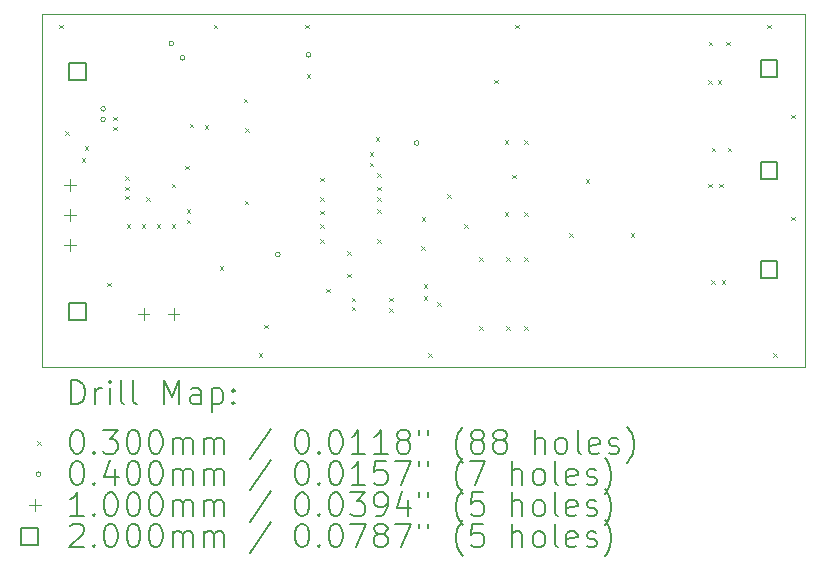
<source format=gbr>
%FSLAX45Y45*%
G04 Gerber Fmt 4.5, Leading zero omitted, Abs format (unit mm)*
G04 Created by KiCad (PCBNEW 6.0.6-1.fc36) date 2022-08-14 11:43:38*
%MOMM*%
%LPD*%
G01*
G04 APERTURE LIST*
%TA.AperFunction,Profile*%
%ADD10C,0.100000*%
%TD*%
%ADD11C,0.200000*%
%ADD12C,0.030000*%
%ADD13C,0.040000*%
%ADD14C,0.100000*%
G04 APERTURE END LIST*
D10*
X14147800Y-8064500D02*
X14147800Y-5080000D01*
X14147800Y-5080000D02*
X7683500Y-5080000D01*
X7683500Y-8064500D02*
X14147800Y-8064500D01*
X7683500Y-5080000D02*
X7683500Y-8064500D01*
D11*
D12*
X7833600Y-5166600D02*
X7863600Y-5196600D01*
X7863600Y-5166600D02*
X7833600Y-5196600D01*
X7884400Y-6068300D02*
X7914400Y-6098300D01*
X7914400Y-6068300D02*
X7884400Y-6098300D01*
X8024100Y-6296900D02*
X8054100Y-6326900D01*
X8054100Y-6296900D02*
X8024100Y-6326900D01*
X8049500Y-6195300D02*
X8079500Y-6225300D01*
X8079500Y-6195300D02*
X8049500Y-6225300D01*
X8240000Y-7351000D02*
X8270000Y-7381000D01*
X8270000Y-7351000D02*
X8240000Y-7381000D01*
X8290800Y-5947650D02*
X8320800Y-5977650D01*
X8320800Y-5947650D02*
X8290800Y-5977650D01*
X8290800Y-6030200D02*
X8320800Y-6060200D01*
X8320800Y-6030200D02*
X8290800Y-6060200D01*
X8392400Y-6449300D02*
X8422400Y-6479300D01*
X8422400Y-6449300D02*
X8392400Y-6479300D01*
X8392400Y-6538200D02*
X8422400Y-6568200D01*
X8422400Y-6538200D02*
X8392400Y-6568200D01*
X8392400Y-6614400D02*
X8422400Y-6644400D01*
X8422400Y-6614400D02*
X8392400Y-6644400D01*
X8405100Y-6855700D02*
X8435100Y-6885700D01*
X8435100Y-6855700D02*
X8405100Y-6885700D01*
X8532100Y-6855700D02*
X8562100Y-6885700D01*
X8562100Y-6855700D02*
X8532100Y-6885700D01*
X8570200Y-6627100D02*
X8600200Y-6657100D01*
X8600200Y-6627100D02*
X8570200Y-6657100D01*
X8659100Y-6855700D02*
X8689100Y-6885700D01*
X8689100Y-6855700D02*
X8659100Y-6885700D01*
X8786100Y-6512800D02*
X8816100Y-6542800D01*
X8816100Y-6512800D02*
X8786100Y-6542800D01*
X8786100Y-6855700D02*
X8816100Y-6885700D01*
X8816100Y-6855700D02*
X8786100Y-6885700D01*
X8900400Y-6360400D02*
X8930400Y-6390400D01*
X8930400Y-6360400D02*
X8900400Y-6390400D01*
X8913100Y-6728700D02*
X8943100Y-6758700D01*
X8943100Y-6728700D02*
X8913100Y-6758700D01*
X8913100Y-6817600D02*
X8943100Y-6847600D01*
X8943100Y-6817600D02*
X8913100Y-6847600D01*
X8938500Y-6004800D02*
X8968500Y-6034800D01*
X8968500Y-6004800D02*
X8938500Y-6034800D01*
X9065500Y-6017500D02*
X9095500Y-6047500D01*
X9095500Y-6017500D02*
X9065500Y-6047500D01*
X9141700Y-5166600D02*
X9171700Y-5196600D01*
X9171700Y-5166600D02*
X9141700Y-5196600D01*
X9192500Y-7211300D02*
X9222500Y-7241300D01*
X9222500Y-7211300D02*
X9192500Y-7241300D01*
X9395700Y-5795250D02*
X9425700Y-5825250D01*
X9425700Y-5795250D02*
X9395700Y-5825250D01*
X9402050Y-6658850D02*
X9432050Y-6688850D01*
X9432050Y-6658850D02*
X9402050Y-6688850D01*
X9408400Y-6042900D02*
X9438400Y-6072900D01*
X9438400Y-6042900D02*
X9408400Y-6072900D01*
X9522700Y-7947900D02*
X9552700Y-7977900D01*
X9552700Y-7947900D02*
X9522700Y-7977900D01*
X9567150Y-7706600D02*
X9597150Y-7736600D01*
X9597150Y-7706600D02*
X9567150Y-7736600D01*
X9916400Y-5166600D02*
X9946400Y-5196600D01*
X9946400Y-5166600D02*
X9916400Y-5196600D01*
X9929100Y-5585700D02*
X9959100Y-5615700D01*
X9959100Y-5585700D02*
X9929100Y-5615700D01*
X10043400Y-6462000D02*
X10073400Y-6492000D01*
X10073400Y-6462000D02*
X10043400Y-6492000D01*
X10043400Y-6627100D02*
X10073400Y-6657100D01*
X10073400Y-6627100D02*
X10043400Y-6657100D01*
X10043400Y-6741400D02*
X10073400Y-6771400D01*
X10073400Y-6741400D02*
X10043400Y-6771400D01*
X10043400Y-6855700D02*
X10073400Y-6885700D01*
X10073400Y-6855700D02*
X10043400Y-6885700D01*
X10043400Y-6982700D02*
X10073400Y-7012700D01*
X10073400Y-6982700D02*
X10043400Y-7012700D01*
X10094200Y-7401800D02*
X10124200Y-7431800D01*
X10124200Y-7401800D02*
X10094200Y-7431800D01*
X10272000Y-7084300D02*
X10302000Y-7114300D01*
X10302000Y-7084300D02*
X10272000Y-7114300D01*
X10272000Y-7274800D02*
X10302000Y-7304800D01*
X10302000Y-7274800D02*
X10272000Y-7304800D01*
X10310100Y-7478000D02*
X10340100Y-7508000D01*
X10340100Y-7478000D02*
X10310100Y-7508000D01*
X10310100Y-7554200D02*
X10340100Y-7584200D01*
X10340100Y-7554200D02*
X10310100Y-7584200D01*
X10462500Y-6246100D02*
X10492500Y-6276100D01*
X10492500Y-6246100D02*
X10462500Y-6276100D01*
X10462500Y-6335000D02*
X10492500Y-6365000D01*
X10492500Y-6335000D02*
X10462500Y-6365000D01*
X10513300Y-6119100D02*
X10543300Y-6149100D01*
X10543300Y-6119100D02*
X10513300Y-6149100D01*
X10526000Y-6423900D02*
X10556000Y-6453900D01*
X10556000Y-6423900D02*
X10526000Y-6453900D01*
X10526000Y-6538200D02*
X10556000Y-6568200D01*
X10556000Y-6538200D02*
X10526000Y-6568200D01*
X10526000Y-6627100D02*
X10556000Y-6657100D01*
X10556000Y-6627100D02*
X10526000Y-6657100D01*
X10526000Y-6728700D02*
X10556000Y-6758700D01*
X10556000Y-6728700D02*
X10526000Y-6758700D01*
X10526000Y-6982700D02*
X10556000Y-7012700D01*
X10556000Y-6982700D02*
X10526000Y-7012700D01*
X10627600Y-7478000D02*
X10657600Y-7508000D01*
X10657600Y-7478000D02*
X10627600Y-7508000D01*
X10627600Y-7566900D02*
X10657600Y-7596900D01*
X10657600Y-7566900D02*
X10627600Y-7596900D01*
X10895625Y-7044875D02*
X10925625Y-7074875D01*
X10925625Y-7044875D02*
X10895625Y-7074875D01*
X10900650Y-6798550D02*
X10930650Y-6828550D01*
X10930650Y-6798550D02*
X10900650Y-6828550D01*
X10919700Y-7363700D02*
X10949700Y-7393700D01*
X10949700Y-7363700D02*
X10919700Y-7393700D01*
X10919700Y-7465300D02*
X10949700Y-7495300D01*
X10949700Y-7465300D02*
X10919700Y-7495300D01*
X10957800Y-7947900D02*
X10987800Y-7977900D01*
X10987800Y-7947900D02*
X10957800Y-7977900D01*
X11034000Y-7516100D02*
X11064000Y-7546100D01*
X11064000Y-7516100D02*
X11034000Y-7546100D01*
X11116550Y-6601700D02*
X11146550Y-6631700D01*
X11146550Y-6601700D02*
X11116550Y-6631700D01*
X11263501Y-6855700D02*
X11293501Y-6885700D01*
X11293501Y-6855700D02*
X11263501Y-6885700D01*
X11389600Y-7135100D02*
X11419600Y-7165100D01*
X11419600Y-7135100D02*
X11389600Y-7165100D01*
X11389600Y-7719300D02*
X11419600Y-7749300D01*
X11419600Y-7719300D02*
X11389600Y-7749300D01*
X11516600Y-5635675D02*
X11546600Y-5665675D01*
X11546600Y-5635675D02*
X11516600Y-5665675D01*
X11605500Y-6144500D02*
X11635500Y-6174500D01*
X11635500Y-6144500D02*
X11605500Y-6174500D01*
X11605500Y-6754100D02*
X11635500Y-6784100D01*
X11635500Y-6754100D02*
X11605500Y-6784100D01*
X11618200Y-7135100D02*
X11648200Y-7165100D01*
X11648200Y-7135100D02*
X11618200Y-7165100D01*
X11618200Y-7719300D02*
X11648200Y-7749300D01*
X11648200Y-7719300D02*
X11618200Y-7749300D01*
X11669000Y-6436600D02*
X11699000Y-6466600D01*
X11699000Y-6436600D02*
X11669000Y-6466600D01*
X11694400Y-5166600D02*
X11724400Y-5196600D01*
X11724400Y-5166600D02*
X11694400Y-5196600D01*
X11770600Y-6144500D02*
X11800600Y-6174500D01*
X11800600Y-6144500D02*
X11770600Y-6174500D01*
X11770600Y-6754100D02*
X11800600Y-6784100D01*
X11800600Y-6754100D02*
X11770600Y-6784100D01*
X11770600Y-7135100D02*
X11800600Y-7165100D01*
X11800600Y-7135100D02*
X11770600Y-7165100D01*
X11770600Y-7719300D02*
X11800600Y-7749300D01*
X11800600Y-7719300D02*
X11770600Y-7749300D01*
X12151600Y-6931900D02*
X12181600Y-6961900D01*
X12181600Y-6931900D02*
X12151600Y-6961900D01*
X12291300Y-6474700D02*
X12321300Y-6504700D01*
X12321300Y-6474700D02*
X12291300Y-6504700D01*
X12672300Y-6931900D02*
X12702300Y-6961900D01*
X12702300Y-6931900D02*
X12672300Y-6961900D01*
X13328850Y-5636500D02*
X13358850Y-5666500D01*
X13358850Y-5636500D02*
X13328850Y-5666500D01*
X13328850Y-6512800D02*
X13358850Y-6542800D01*
X13358850Y-6512800D02*
X13328850Y-6542800D01*
X13332700Y-5312650D02*
X13362700Y-5342650D01*
X13362700Y-5312650D02*
X13332700Y-5342650D01*
X13354250Y-7329450D02*
X13384250Y-7359450D01*
X13384250Y-7329450D02*
X13354250Y-7359450D01*
X13358100Y-6208000D02*
X13388100Y-6238000D01*
X13388100Y-6208000D02*
X13358100Y-6238000D01*
X13408900Y-5636500D02*
X13438900Y-5666500D01*
X13438900Y-5636500D02*
X13408900Y-5666500D01*
X13421600Y-6512800D02*
X13451600Y-6542800D01*
X13451600Y-6512800D02*
X13421600Y-6542800D01*
X13443150Y-7329450D02*
X13473150Y-7359450D01*
X13473150Y-7329450D02*
X13443150Y-7359450D01*
X13478750Y-5312650D02*
X13508750Y-5342650D01*
X13508750Y-5312650D02*
X13478750Y-5342650D01*
X13491450Y-6208000D02*
X13521450Y-6238000D01*
X13521450Y-6208000D02*
X13491450Y-6238000D01*
X13828000Y-5166600D02*
X13858000Y-5196600D01*
X13858000Y-5166600D02*
X13828000Y-5196600D01*
X13878800Y-7947900D02*
X13908800Y-7977900D01*
X13908800Y-7947900D02*
X13878800Y-7977900D01*
X14031200Y-5928600D02*
X14061200Y-5958600D01*
X14061200Y-5928600D02*
X14031200Y-5958600D01*
X14031200Y-6792200D02*
X14061200Y-6822200D01*
X14061200Y-6792200D02*
X14031200Y-6822200D01*
D13*
X8224200Y-5880100D02*
G75*
G03*
X8224200Y-5880100I-20000J0D01*
G01*
X8224200Y-5969000D02*
G75*
G03*
X8224200Y-5969000I-20000J0D01*
G01*
X8802300Y-5327400D02*
G75*
G03*
X8802300Y-5327400I-20000J0D01*
G01*
X8897300Y-5448300D02*
G75*
G03*
X8897300Y-5448300I-20000J0D01*
G01*
X9703750Y-7112000D02*
G75*
G03*
X9703750Y-7112000I-20000J0D01*
G01*
X9964100Y-5422900D02*
G75*
G03*
X9964100Y-5422900I-20000J0D01*
G01*
X10878500Y-6169550D02*
G75*
G03*
X10878500Y-6169550I-20000J0D01*
G01*
D14*
X7924800Y-6477800D02*
X7924800Y-6577800D01*
X7874800Y-6527800D02*
X7974800Y-6527800D01*
X7924800Y-6731800D02*
X7924800Y-6831800D01*
X7874800Y-6781800D02*
X7974800Y-6781800D01*
X7924800Y-6985800D02*
X7924800Y-7085800D01*
X7874800Y-7035800D02*
X7974800Y-7035800D01*
X8547100Y-7570000D02*
X8547100Y-7670000D01*
X8497100Y-7620000D02*
X8597100Y-7620000D01*
X8801100Y-7570000D02*
X8801100Y-7670000D01*
X8751100Y-7620000D02*
X8851100Y-7620000D01*
D11*
X8059011Y-5633311D02*
X8059011Y-5491889D01*
X7917589Y-5491889D01*
X7917589Y-5633311D01*
X8059011Y-5633311D01*
X8059011Y-7665311D02*
X8059011Y-7523889D01*
X7917589Y-7523889D01*
X7917589Y-7665311D01*
X8059011Y-7665311D01*
X13913711Y-5607911D02*
X13913711Y-5466489D01*
X13772289Y-5466489D01*
X13772289Y-5607911D01*
X13913711Y-5607911D01*
X13913711Y-6471511D02*
X13913711Y-6330089D01*
X13772289Y-6330089D01*
X13772289Y-6471511D01*
X13913711Y-6471511D01*
X13913711Y-7309711D02*
X13913711Y-7168289D01*
X13772289Y-7168289D01*
X13772289Y-7309711D01*
X13913711Y-7309711D01*
X7936119Y-8379976D02*
X7936119Y-8179976D01*
X7983738Y-8179976D01*
X8012309Y-8189500D01*
X8031357Y-8208548D01*
X8040881Y-8227595D01*
X8050405Y-8265690D01*
X8050405Y-8294262D01*
X8040881Y-8332357D01*
X8031357Y-8351405D01*
X8012309Y-8370452D01*
X7983738Y-8379976D01*
X7936119Y-8379976D01*
X8136119Y-8379976D02*
X8136119Y-8246643D01*
X8136119Y-8284738D02*
X8145643Y-8265690D01*
X8155167Y-8256167D01*
X8174214Y-8246643D01*
X8193262Y-8246643D01*
X8259928Y-8379976D02*
X8259928Y-8246643D01*
X8259928Y-8179976D02*
X8250405Y-8189500D01*
X8259928Y-8199024D01*
X8269452Y-8189500D01*
X8259928Y-8179976D01*
X8259928Y-8199024D01*
X8383738Y-8379976D02*
X8364690Y-8370452D01*
X8355167Y-8351405D01*
X8355167Y-8179976D01*
X8488500Y-8379976D02*
X8469452Y-8370452D01*
X8459929Y-8351405D01*
X8459929Y-8179976D01*
X8717071Y-8379976D02*
X8717071Y-8179976D01*
X8783738Y-8322833D01*
X8850405Y-8179976D01*
X8850405Y-8379976D01*
X9031357Y-8379976D02*
X9031357Y-8275214D01*
X9021833Y-8256167D01*
X9002786Y-8246643D01*
X8964690Y-8246643D01*
X8945643Y-8256167D01*
X9031357Y-8370452D02*
X9012310Y-8379976D01*
X8964690Y-8379976D01*
X8945643Y-8370452D01*
X8936119Y-8351405D01*
X8936119Y-8332357D01*
X8945643Y-8313309D01*
X8964690Y-8303786D01*
X9012310Y-8303786D01*
X9031357Y-8294262D01*
X9126595Y-8246643D02*
X9126595Y-8446643D01*
X9126595Y-8256167D02*
X9145643Y-8246643D01*
X9183738Y-8246643D01*
X9202786Y-8256167D01*
X9212310Y-8265690D01*
X9221833Y-8284738D01*
X9221833Y-8341881D01*
X9212310Y-8360928D01*
X9202786Y-8370452D01*
X9183738Y-8379976D01*
X9145643Y-8379976D01*
X9126595Y-8370452D01*
X9307548Y-8360928D02*
X9317071Y-8370452D01*
X9307548Y-8379976D01*
X9298024Y-8370452D01*
X9307548Y-8360928D01*
X9307548Y-8379976D01*
X9307548Y-8256167D02*
X9317071Y-8265690D01*
X9307548Y-8275214D01*
X9298024Y-8265690D01*
X9307548Y-8256167D01*
X9307548Y-8275214D01*
D12*
X7648500Y-8694500D02*
X7678500Y-8724500D01*
X7678500Y-8694500D02*
X7648500Y-8724500D01*
D11*
X7974214Y-8599976D02*
X7993262Y-8599976D01*
X8012309Y-8609500D01*
X8021833Y-8619024D01*
X8031357Y-8638071D01*
X8040881Y-8676167D01*
X8040881Y-8723786D01*
X8031357Y-8761881D01*
X8021833Y-8780929D01*
X8012309Y-8790452D01*
X7993262Y-8799976D01*
X7974214Y-8799976D01*
X7955167Y-8790452D01*
X7945643Y-8780929D01*
X7936119Y-8761881D01*
X7926595Y-8723786D01*
X7926595Y-8676167D01*
X7936119Y-8638071D01*
X7945643Y-8619024D01*
X7955167Y-8609500D01*
X7974214Y-8599976D01*
X8126595Y-8780929D02*
X8136119Y-8790452D01*
X8126595Y-8799976D01*
X8117071Y-8790452D01*
X8126595Y-8780929D01*
X8126595Y-8799976D01*
X8202786Y-8599976D02*
X8326595Y-8599976D01*
X8259928Y-8676167D01*
X8288500Y-8676167D01*
X8307548Y-8685690D01*
X8317071Y-8695214D01*
X8326595Y-8714262D01*
X8326595Y-8761881D01*
X8317071Y-8780929D01*
X8307548Y-8790452D01*
X8288500Y-8799976D01*
X8231357Y-8799976D01*
X8212309Y-8790452D01*
X8202786Y-8780929D01*
X8450405Y-8599976D02*
X8469452Y-8599976D01*
X8488500Y-8609500D01*
X8498024Y-8619024D01*
X8507548Y-8638071D01*
X8517071Y-8676167D01*
X8517071Y-8723786D01*
X8507548Y-8761881D01*
X8498024Y-8780929D01*
X8488500Y-8790452D01*
X8469452Y-8799976D01*
X8450405Y-8799976D01*
X8431357Y-8790452D01*
X8421833Y-8780929D01*
X8412310Y-8761881D01*
X8402786Y-8723786D01*
X8402786Y-8676167D01*
X8412310Y-8638071D01*
X8421833Y-8619024D01*
X8431357Y-8609500D01*
X8450405Y-8599976D01*
X8640881Y-8599976D02*
X8659929Y-8599976D01*
X8678976Y-8609500D01*
X8688500Y-8619024D01*
X8698024Y-8638071D01*
X8707548Y-8676167D01*
X8707548Y-8723786D01*
X8698024Y-8761881D01*
X8688500Y-8780929D01*
X8678976Y-8790452D01*
X8659929Y-8799976D01*
X8640881Y-8799976D01*
X8621833Y-8790452D01*
X8612310Y-8780929D01*
X8602786Y-8761881D01*
X8593262Y-8723786D01*
X8593262Y-8676167D01*
X8602786Y-8638071D01*
X8612310Y-8619024D01*
X8621833Y-8609500D01*
X8640881Y-8599976D01*
X8793262Y-8799976D02*
X8793262Y-8666643D01*
X8793262Y-8685690D02*
X8802786Y-8676167D01*
X8821833Y-8666643D01*
X8850405Y-8666643D01*
X8869452Y-8676167D01*
X8878976Y-8695214D01*
X8878976Y-8799976D01*
X8878976Y-8695214D02*
X8888500Y-8676167D01*
X8907548Y-8666643D01*
X8936119Y-8666643D01*
X8955167Y-8676167D01*
X8964690Y-8695214D01*
X8964690Y-8799976D01*
X9059929Y-8799976D02*
X9059929Y-8666643D01*
X9059929Y-8685690D02*
X9069452Y-8676167D01*
X9088500Y-8666643D01*
X9117071Y-8666643D01*
X9136119Y-8676167D01*
X9145643Y-8695214D01*
X9145643Y-8799976D01*
X9145643Y-8695214D02*
X9155167Y-8676167D01*
X9174214Y-8666643D01*
X9202786Y-8666643D01*
X9221833Y-8676167D01*
X9231357Y-8695214D01*
X9231357Y-8799976D01*
X9621833Y-8590452D02*
X9450405Y-8847595D01*
X9878976Y-8599976D02*
X9898024Y-8599976D01*
X9917071Y-8609500D01*
X9926595Y-8619024D01*
X9936119Y-8638071D01*
X9945643Y-8676167D01*
X9945643Y-8723786D01*
X9936119Y-8761881D01*
X9926595Y-8780929D01*
X9917071Y-8790452D01*
X9898024Y-8799976D01*
X9878976Y-8799976D01*
X9859929Y-8790452D01*
X9850405Y-8780929D01*
X9840881Y-8761881D01*
X9831357Y-8723786D01*
X9831357Y-8676167D01*
X9840881Y-8638071D01*
X9850405Y-8619024D01*
X9859929Y-8609500D01*
X9878976Y-8599976D01*
X10031357Y-8780929D02*
X10040881Y-8790452D01*
X10031357Y-8799976D01*
X10021833Y-8790452D01*
X10031357Y-8780929D01*
X10031357Y-8799976D01*
X10164690Y-8599976D02*
X10183738Y-8599976D01*
X10202786Y-8609500D01*
X10212310Y-8619024D01*
X10221833Y-8638071D01*
X10231357Y-8676167D01*
X10231357Y-8723786D01*
X10221833Y-8761881D01*
X10212310Y-8780929D01*
X10202786Y-8790452D01*
X10183738Y-8799976D01*
X10164690Y-8799976D01*
X10145643Y-8790452D01*
X10136119Y-8780929D01*
X10126595Y-8761881D01*
X10117071Y-8723786D01*
X10117071Y-8676167D01*
X10126595Y-8638071D01*
X10136119Y-8619024D01*
X10145643Y-8609500D01*
X10164690Y-8599976D01*
X10421833Y-8799976D02*
X10307548Y-8799976D01*
X10364690Y-8799976D02*
X10364690Y-8599976D01*
X10345643Y-8628548D01*
X10326595Y-8647595D01*
X10307548Y-8657119D01*
X10612310Y-8799976D02*
X10498024Y-8799976D01*
X10555167Y-8799976D02*
X10555167Y-8599976D01*
X10536119Y-8628548D01*
X10517071Y-8647595D01*
X10498024Y-8657119D01*
X10726595Y-8685690D02*
X10707548Y-8676167D01*
X10698024Y-8666643D01*
X10688500Y-8647595D01*
X10688500Y-8638071D01*
X10698024Y-8619024D01*
X10707548Y-8609500D01*
X10726595Y-8599976D01*
X10764690Y-8599976D01*
X10783738Y-8609500D01*
X10793262Y-8619024D01*
X10802786Y-8638071D01*
X10802786Y-8647595D01*
X10793262Y-8666643D01*
X10783738Y-8676167D01*
X10764690Y-8685690D01*
X10726595Y-8685690D01*
X10707548Y-8695214D01*
X10698024Y-8704738D01*
X10688500Y-8723786D01*
X10688500Y-8761881D01*
X10698024Y-8780929D01*
X10707548Y-8790452D01*
X10726595Y-8799976D01*
X10764690Y-8799976D01*
X10783738Y-8790452D01*
X10793262Y-8780929D01*
X10802786Y-8761881D01*
X10802786Y-8723786D01*
X10793262Y-8704738D01*
X10783738Y-8695214D01*
X10764690Y-8685690D01*
X10878976Y-8599976D02*
X10878976Y-8638071D01*
X10955167Y-8599976D02*
X10955167Y-8638071D01*
X11250405Y-8876167D02*
X11240881Y-8866643D01*
X11221833Y-8838071D01*
X11212309Y-8819024D01*
X11202786Y-8790452D01*
X11193262Y-8742833D01*
X11193262Y-8704738D01*
X11202786Y-8657119D01*
X11212309Y-8628548D01*
X11221833Y-8609500D01*
X11240881Y-8580929D01*
X11250405Y-8571405D01*
X11355167Y-8685690D02*
X11336119Y-8676167D01*
X11326595Y-8666643D01*
X11317071Y-8647595D01*
X11317071Y-8638071D01*
X11326595Y-8619024D01*
X11336119Y-8609500D01*
X11355167Y-8599976D01*
X11393262Y-8599976D01*
X11412309Y-8609500D01*
X11421833Y-8619024D01*
X11431357Y-8638071D01*
X11431357Y-8647595D01*
X11421833Y-8666643D01*
X11412309Y-8676167D01*
X11393262Y-8685690D01*
X11355167Y-8685690D01*
X11336119Y-8695214D01*
X11326595Y-8704738D01*
X11317071Y-8723786D01*
X11317071Y-8761881D01*
X11326595Y-8780929D01*
X11336119Y-8790452D01*
X11355167Y-8799976D01*
X11393262Y-8799976D01*
X11412309Y-8790452D01*
X11421833Y-8780929D01*
X11431357Y-8761881D01*
X11431357Y-8723786D01*
X11421833Y-8704738D01*
X11412309Y-8695214D01*
X11393262Y-8685690D01*
X11545643Y-8685690D02*
X11526595Y-8676167D01*
X11517071Y-8666643D01*
X11507548Y-8647595D01*
X11507548Y-8638071D01*
X11517071Y-8619024D01*
X11526595Y-8609500D01*
X11545643Y-8599976D01*
X11583738Y-8599976D01*
X11602786Y-8609500D01*
X11612309Y-8619024D01*
X11621833Y-8638071D01*
X11621833Y-8647595D01*
X11612309Y-8666643D01*
X11602786Y-8676167D01*
X11583738Y-8685690D01*
X11545643Y-8685690D01*
X11526595Y-8695214D01*
X11517071Y-8704738D01*
X11507548Y-8723786D01*
X11507548Y-8761881D01*
X11517071Y-8780929D01*
X11526595Y-8790452D01*
X11545643Y-8799976D01*
X11583738Y-8799976D01*
X11602786Y-8790452D01*
X11612309Y-8780929D01*
X11621833Y-8761881D01*
X11621833Y-8723786D01*
X11612309Y-8704738D01*
X11602786Y-8695214D01*
X11583738Y-8685690D01*
X11859928Y-8799976D02*
X11859928Y-8599976D01*
X11945643Y-8799976D02*
X11945643Y-8695214D01*
X11936119Y-8676167D01*
X11917071Y-8666643D01*
X11888500Y-8666643D01*
X11869452Y-8676167D01*
X11859928Y-8685690D01*
X12069452Y-8799976D02*
X12050405Y-8790452D01*
X12040881Y-8780929D01*
X12031357Y-8761881D01*
X12031357Y-8704738D01*
X12040881Y-8685690D01*
X12050405Y-8676167D01*
X12069452Y-8666643D01*
X12098024Y-8666643D01*
X12117071Y-8676167D01*
X12126595Y-8685690D01*
X12136119Y-8704738D01*
X12136119Y-8761881D01*
X12126595Y-8780929D01*
X12117071Y-8790452D01*
X12098024Y-8799976D01*
X12069452Y-8799976D01*
X12250405Y-8799976D02*
X12231357Y-8790452D01*
X12221833Y-8771405D01*
X12221833Y-8599976D01*
X12402786Y-8790452D02*
X12383738Y-8799976D01*
X12345643Y-8799976D01*
X12326595Y-8790452D01*
X12317071Y-8771405D01*
X12317071Y-8695214D01*
X12326595Y-8676167D01*
X12345643Y-8666643D01*
X12383738Y-8666643D01*
X12402786Y-8676167D01*
X12412309Y-8695214D01*
X12412309Y-8714262D01*
X12317071Y-8733310D01*
X12488500Y-8790452D02*
X12507548Y-8799976D01*
X12545643Y-8799976D01*
X12564690Y-8790452D01*
X12574214Y-8771405D01*
X12574214Y-8761881D01*
X12564690Y-8742833D01*
X12545643Y-8733310D01*
X12517071Y-8733310D01*
X12498024Y-8723786D01*
X12488500Y-8704738D01*
X12488500Y-8695214D01*
X12498024Y-8676167D01*
X12517071Y-8666643D01*
X12545643Y-8666643D01*
X12564690Y-8676167D01*
X12640881Y-8876167D02*
X12650405Y-8866643D01*
X12669452Y-8838071D01*
X12678976Y-8819024D01*
X12688500Y-8790452D01*
X12698024Y-8742833D01*
X12698024Y-8704738D01*
X12688500Y-8657119D01*
X12678976Y-8628548D01*
X12669452Y-8609500D01*
X12650405Y-8580929D01*
X12640881Y-8571405D01*
D13*
X7678500Y-8973500D02*
G75*
G03*
X7678500Y-8973500I-20000J0D01*
G01*
D11*
X7974214Y-8863976D02*
X7993262Y-8863976D01*
X8012309Y-8873500D01*
X8021833Y-8883024D01*
X8031357Y-8902071D01*
X8040881Y-8940167D01*
X8040881Y-8987786D01*
X8031357Y-9025881D01*
X8021833Y-9044929D01*
X8012309Y-9054452D01*
X7993262Y-9063976D01*
X7974214Y-9063976D01*
X7955167Y-9054452D01*
X7945643Y-9044929D01*
X7936119Y-9025881D01*
X7926595Y-8987786D01*
X7926595Y-8940167D01*
X7936119Y-8902071D01*
X7945643Y-8883024D01*
X7955167Y-8873500D01*
X7974214Y-8863976D01*
X8126595Y-9044929D02*
X8136119Y-9054452D01*
X8126595Y-9063976D01*
X8117071Y-9054452D01*
X8126595Y-9044929D01*
X8126595Y-9063976D01*
X8307548Y-8930643D02*
X8307548Y-9063976D01*
X8259928Y-8854452D02*
X8212309Y-8997310D01*
X8336119Y-8997310D01*
X8450405Y-8863976D02*
X8469452Y-8863976D01*
X8488500Y-8873500D01*
X8498024Y-8883024D01*
X8507548Y-8902071D01*
X8517071Y-8940167D01*
X8517071Y-8987786D01*
X8507548Y-9025881D01*
X8498024Y-9044929D01*
X8488500Y-9054452D01*
X8469452Y-9063976D01*
X8450405Y-9063976D01*
X8431357Y-9054452D01*
X8421833Y-9044929D01*
X8412310Y-9025881D01*
X8402786Y-8987786D01*
X8402786Y-8940167D01*
X8412310Y-8902071D01*
X8421833Y-8883024D01*
X8431357Y-8873500D01*
X8450405Y-8863976D01*
X8640881Y-8863976D02*
X8659929Y-8863976D01*
X8678976Y-8873500D01*
X8688500Y-8883024D01*
X8698024Y-8902071D01*
X8707548Y-8940167D01*
X8707548Y-8987786D01*
X8698024Y-9025881D01*
X8688500Y-9044929D01*
X8678976Y-9054452D01*
X8659929Y-9063976D01*
X8640881Y-9063976D01*
X8621833Y-9054452D01*
X8612310Y-9044929D01*
X8602786Y-9025881D01*
X8593262Y-8987786D01*
X8593262Y-8940167D01*
X8602786Y-8902071D01*
X8612310Y-8883024D01*
X8621833Y-8873500D01*
X8640881Y-8863976D01*
X8793262Y-9063976D02*
X8793262Y-8930643D01*
X8793262Y-8949690D02*
X8802786Y-8940167D01*
X8821833Y-8930643D01*
X8850405Y-8930643D01*
X8869452Y-8940167D01*
X8878976Y-8959214D01*
X8878976Y-9063976D01*
X8878976Y-8959214D02*
X8888500Y-8940167D01*
X8907548Y-8930643D01*
X8936119Y-8930643D01*
X8955167Y-8940167D01*
X8964690Y-8959214D01*
X8964690Y-9063976D01*
X9059929Y-9063976D02*
X9059929Y-8930643D01*
X9059929Y-8949690D02*
X9069452Y-8940167D01*
X9088500Y-8930643D01*
X9117071Y-8930643D01*
X9136119Y-8940167D01*
X9145643Y-8959214D01*
X9145643Y-9063976D01*
X9145643Y-8959214D02*
X9155167Y-8940167D01*
X9174214Y-8930643D01*
X9202786Y-8930643D01*
X9221833Y-8940167D01*
X9231357Y-8959214D01*
X9231357Y-9063976D01*
X9621833Y-8854452D02*
X9450405Y-9111595D01*
X9878976Y-8863976D02*
X9898024Y-8863976D01*
X9917071Y-8873500D01*
X9926595Y-8883024D01*
X9936119Y-8902071D01*
X9945643Y-8940167D01*
X9945643Y-8987786D01*
X9936119Y-9025881D01*
X9926595Y-9044929D01*
X9917071Y-9054452D01*
X9898024Y-9063976D01*
X9878976Y-9063976D01*
X9859929Y-9054452D01*
X9850405Y-9044929D01*
X9840881Y-9025881D01*
X9831357Y-8987786D01*
X9831357Y-8940167D01*
X9840881Y-8902071D01*
X9850405Y-8883024D01*
X9859929Y-8873500D01*
X9878976Y-8863976D01*
X10031357Y-9044929D02*
X10040881Y-9054452D01*
X10031357Y-9063976D01*
X10021833Y-9054452D01*
X10031357Y-9044929D01*
X10031357Y-9063976D01*
X10164690Y-8863976D02*
X10183738Y-8863976D01*
X10202786Y-8873500D01*
X10212310Y-8883024D01*
X10221833Y-8902071D01*
X10231357Y-8940167D01*
X10231357Y-8987786D01*
X10221833Y-9025881D01*
X10212310Y-9044929D01*
X10202786Y-9054452D01*
X10183738Y-9063976D01*
X10164690Y-9063976D01*
X10145643Y-9054452D01*
X10136119Y-9044929D01*
X10126595Y-9025881D01*
X10117071Y-8987786D01*
X10117071Y-8940167D01*
X10126595Y-8902071D01*
X10136119Y-8883024D01*
X10145643Y-8873500D01*
X10164690Y-8863976D01*
X10421833Y-9063976D02*
X10307548Y-9063976D01*
X10364690Y-9063976D02*
X10364690Y-8863976D01*
X10345643Y-8892548D01*
X10326595Y-8911595D01*
X10307548Y-8921119D01*
X10602786Y-8863976D02*
X10507548Y-8863976D01*
X10498024Y-8959214D01*
X10507548Y-8949690D01*
X10526595Y-8940167D01*
X10574214Y-8940167D01*
X10593262Y-8949690D01*
X10602786Y-8959214D01*
X10612310Y-8978262D01*
X10612310Y-9025881D01*
X10602786Y-9044929D01*
X10593262Y-9054452D01*
X10574214Y-9063976D01*
X10526595Y-9063976D01*
X10507548Y-9054452D01*
X10498024Y-9044929D01*
X10678976Y-8863976D02*
X10812310Y-8863976D01*
X10726595Y-9063976D01*
X10878976Y-8863976D02*
X10878976Y-8902071D01*
X10955167Y-8863976D02*
X10955167Y-8902071D01*
X11250405Y-9140167D02*
X11240881Y-9130643D01*
X11221833Y-9102071D01*
X11212309Y-9083024D01*
X11202786Y-9054452D01*
X11193262Y-9006833D01*
X11193262Y-8968738D01*
X11202786Y-8921119D01*
X11212309Y-8892548D01*
X11221833Y-8873500D01*
X11240881Y-8844929D01*
X11250405Y-8835405D01*
X11307548Y-8863976D02*
X11440881Y-8863976D01*
X11355167Y-9063976D01*
X11669452Y-9063976D02*
X11669452Y-8863976D01*
X11755167Y-9063976D02*
X11755167Y-8959214D01*
X11745643Y-8940167D01*
X11726595Y-8930643D01*
X11698024Y-8930643D01*
X11678976Y-8940167D01*
X11669452Y-8949690D01*
X11878976Y-9063976D02*
X11859928Y-9054452D01*
X11850405Y-9044929D01*
X11840881Y-9025881D01*
X11840881Y-8968738D01*
X11850405Y-8949690D01*
X11859928Y-8940167D01*
X11878976Y-8930643D01*
X11907548Y-8930643D01*
X11926595Y-8940167D01*
X11936119Y-8949690D01*
X11945643Y-8968738D01*
X11945643Y-9025881D01*
X11936119Y-9044929D01*
X11926595Y-9054452D01*
X11907548Y-9063976D01*
X11878976Y-9063976D01*
X12059928Y-9063976D02*
X12040881Y-9054452D01*
X12031357Y-9035405D01*
X12031357Y-8863976D01*
X12212309Y-9054452D02*
X12193262Y-9063976D01*
X12155167Y-9063976D01*
X12136119Y-9054452D01*
X12126595Y-9035405D01*
X12126595Y-8959214D01*
X12136119Y-8940167D01*
X12155167Y-8930643D01*
X12193262Y-8930643D01*
X12212309Y-8940167D01*
X12221833Y-8959214D01*
X12221833Y-8978262D01*
X12126595Y-8997310D01*
X12298024Y-9054452D02*
X12317071Y-9063976D01*
X12355167Y-9063976D01*
X12374214Y-9054452D01*
X12383738Y-9035405D01*
X12383738Y-9025881D01*
X12374214Y-9006833D01*
X12355167Y-8997310D01*
X12326595Y-8997310D01*
X12307548Y-8987786D01*
X12298024Y-8968738D01*
X12298024Y-8959214D01*
X12307548Y-8940167D01*
X12326595Y-8930643D01*
X12355167Y-8930643D01*
X12374214Y-8940167D01*
X12450405Y-9140167D02*
X12459928Y-9130643D01*
X12478976Y-9102071D01*
X12488500Y-9083024D01*
X12498024Y-9054452D01*
X12507548Y-9006833D01*
X12507548Y-8968738D01*
X12498024Y-8921119D01*
X12488500Y-8892548D01*
X12478976Y-8873500D01*
X12459928Y-8844929D01*
X12450405Y-8835405D01*
D14*
X7628500Y-9187500D02*
X7628500Y-9287500D01*
X7578500Y-9237500D02*
X7678500Y-9237500D01*
D11*
X8040881Y-9327976D02*
X7926595Y-9327976D01*
X7983738Y-9327976D02*
X7983738Y-9127976D01*
X7964690Y-9156548D01*
X7945643Y-9175595D01*
X7926595Y-9185119D01*
X8126595Y-9308929D02*
X8136119Y-9318452D01*
X8126595Y-9327976D01*
X8117071Y-9318452D01*
X8126595Y-9308929D01*
X8126595Y-9327976D01*
X8259928Y-9127976D02*
X8278976Y-9127976D01*
X8298024Y-9137500D01*
X8307548Y-9147024D01*
X8317071Y-9166071D01*
X8326595Y-9204167D01*
X8326595Y-9251786D01*
X8317071Y-9289881D01*
X8307548Y-9308929D01*
X8298024Y-9318452D01*
X8278976Y-9327976D01*
X8259928Y-9327976D01*
X8240881Y-9318452D01*
X8231357Y-9308929D01*
X8221833Y-9289881D01*
X8212309Y-9251786D01*
X8212309Y-9204167D01*
X8221833Y-9166071D01*
X8231357Y-9147024D01*
X8240881Y-9137500D01*
X8259928Y-9127976D01*
X8450405Y-9127976D02*
X8469452Y-9127976D01*
X8488500Y-9137500D01*
X8498024Y-9147024D01*
X8507548Y-9166071D01*
X8517071Y-9204167D01*
X8517071Y-9251786D01*
X8507548Y-9289881D01*
X8498024Y-9308929D01*
X8488500Y-9318452D01*
X8469452Y-9327976D01*
X8450405Y-9327976D01*
X8431357Y-9318452D01*
X8421833Y-9308929D01*
X8412310Y-9289881D01*
X8402786Y-9251786D01*
X8402786Y-9204167D01*
X8412310Y-9166071D01*
X8421833Y-9147024D01*
X8431357Y-9137500D01*
X8450405Y-9127976D01*
X8640881Y-9127976D02*
X8659929Y-9127976D01*
X8678976Y-9137500D01*
X8688500Y-9147024D01*
X8698024Y-9166071D01*
X8707548Y-9204167D01*
X8707548Y-9251786D01*
X8698024Y-9289881D01*
X8688500Y-9308929D01*
X8678976Y-9318452D01*
X8659929Y-9327976D01*
X8640881Y-9327976D01*
X8621833Y-9318452D01*
X8612310Y-9308929D01*
X8602786Y-9289881D01*
X8593262Y-9251786D01*
X8593262Y-9204167D01*
X8602786Y-9166071D01*
X8612310Y-9147024D01*
X8621833Y-9137500D01*
X8640881Y-9127976D01*
X8793262Y-9327976D02*
X8793262Y-9194643D01*
X8793262Y-9213690D02*
X8802786Y-9204167D01*
X8821833Y-9194643D01*
X8850405Y-9194643D01*
X8869452Y-9204167D01*
X8878976Y-9223214D01*
X8878976Y-9327976D01*
X8878976Y-9223214D02*
X8888500Y-9204167D01*
X8907548Y-9194643D01*
X8936119Y-9194643D01*
X8955167Y-9204167D01*
X8964690Y-9223214D01*
X8964690Y-9327976D01*
X9059929Y-9327976D02*
X9059929Y-9194643D01*
X9059929Y-9213690D02*
X9069452Y-9204167D01*
X9088500Y-9194643D01*
X9117071Y-9194643D01*
X9136119Y-9204167D01*
X9145643Y-9223214D01*
X9145643Y-9327976D01*
X9145643Y-9223214D02*
X9155167Y-9204167D01*
X9174214Y-9194643D01*
X9202786Y-9194643D01*
X9221833Y-9204167D01*
X9231357Y-9223214D01*
X9231357Y-9327976D01*
X9621833Y-9118452D02*
X9450405Y-9375595D01*
X9878976Y-9127976D02*
X9898024Y-9127976D01*
X9917071Y-9137500D01*
X9926595Y-9147024D01*
X9936119Y-9166071D01*
X9945643Y-9204167D01*
X9945643Y-9251786D01*
X9936119Y-9289881D01*
X9926595Y-9308929D01*
X9917071Y-9318452D01*
X9898024Y-9327976D01*
X9878976Y-9327976D01*
X9859929Y-9318452D01*
X9850405Y-9308929D01*
X9840881Y-9289881D01*
X9831357Y-9251786D01*
X9831357Y-9204167D01*
X9840881Y-9166071D01*
X9850405Y-9147024D01*
X9859929Y-9137500D01*
X9878976Y-9127976D01*
X10031357Y-9308929D02*
X10040881Y-9318452D01*
X10031357Y-9327976D01*
X10021833Y-9318452D01*
X10031357Y-9308929D01*
X10031357Y-9327976D01*
X10164690Y-9127976D02*
X10183738Y-9127976D01*
X10202786Y-9137500D01*
X10212310Y-9147024D01*
X10221833Y-9166071D01*
X10231357Y-9204167D01*
X10231357Y-9251786D01*
X10221833Y-9289881D01*
X10212310Y-9308929D01*
X10202786Y-9318452D01*
X10183738Y-9327976D01*
X10164690Y-9327976D01*
X10145643Y-9318452D01*
X10136119Y-9308929D01*
X10126595Y-9289881D01*
X10117071Y-9251786D01*
X10117071Y-9204167D01*
X10126595Y-9166071D01*
X10136119Y-9147024D01*
X10145643Y-9137500D01*
X10164690Y-9127976D01*
X10298024Y-9127976D02*
X10421833Y-9127976D01*
X10355167Y-9204167D01*
X10383738Y-9204167D01*
X10402786Y-9213690D01*
X10412310Y-9223214D01*
X10421833Y-9242262D01*
X10421833Y-9289881D01*
X10412310Y-9308929D01*
X10402786Y-9318452D01*
X10383738Y-9327976D01*
X10326595Y-9327976D01*
X10307548Y-9318452D01*
X10298024Y-9308929D01*
X10517071Y-9327976D02*
X10555167Y-9327976D01*
X10574214Y-9318452D01*
X10583738Y-9308929D01*
X10602786Y-9280357D01*
X10612310Y-9242262D01*
X10612310Y-9166071D01*
X10602786Y-9147024D01*
X10593262Y-9137500D01*
X10574214Y-9127976D01*
X10536119Y-9127976D01*
X10517071Y-9137500D01*
X10507548Y-9147024D01*
X10498024Y-9166071D01*
X10498024Y-9213690D01*
X10507548Y-9232738D01*
X10517071Y-9242262D01*
X10536119Y-9251786D01*
X10574214Y-9251786D01*
X10593262Y-9242262D01*
X10602786Y-9232738D01*
X10612310Y-9213690D01*
X10783738Y-9194643D02*
X10783738Y-9327976D01*
X10736119Y-9118452D02*
X10688500Y-9261310D01*
X10812310Y-9261310D01*
X10878976Y-9127976D02*
X10878976Y-9166071D01*
X10955167Y-9127976D02*
X10955167Y-9166071D01*
X11250405Y-9404167D02*
X11240881Y-9394643D01*
X11221833Y-9366071D01*
X11212309Y-9347024D01*
X11202786Y-9318452D01*
X11193262Y-9270833D01*
X11193262Y-9232738D01*
X11202786Y-9185119D01*
X11212309Y-9156548D01*
X11221833Y-9137500D01*
X11240881Y-9108929D01*
X11250405Y-9099405D01*
X11421833Y-9127976D02*
X11326595Y-9127976D01*
X11317071Y-9223214D01*
X11326595Y-9213690D01*
X11345643Y-9204167D01*
X11393262Y-9204167D01*
X11412309Y-9213690D01*
X11421833Y-9223214D01*
X11431357Y-9242262D01*
X11431357Y-9289881D01*
X11421833Y-9308929D01*
X11412309Y-9318452D01*
X11393262Y-9327976D01*
X11345643Y-9327976D01*
X11326595Y-9318452D01*
X11317071Y-9308929D01*
X11669452Y-9327976D02*
X11669452Y-9127976D01*
X11755167Y-9327976D02*
X11755167Y-9223214D01*
X11745643Y-9204167D01*
X11726595Y-9194643D01*
X11698024Y-9194643D01*
X11678976Y-9204167D01*
X11669452Y-9213690D01*
X11878976Y-9327976D02*
X11859928Y-9318452D01*
X11850405Y-9308929D01*
X11840881Y-9289881D01*
X11840881Y-9232738D01*
X11850405Y-9213690D01*
X11859928Y-9204167D01*
X11878976Y-9194643D01*
X11907548Y-9194643D01*
X11926595Y-9204167D01*
X11936119Y-9213690D01*
X11945643Y-9232738D01*
X11945643Y-9289881D01*
X11936119Y-9308929D01*
X11926595Y-9318452D01*
X11907548Y-9327976D01*
X11878976Y-9327976D01*
X12059928Y-9327976D02*
X12040881Y-9318452D01*
X12031357Y-9299405D01*
X12031357Y-9127976D01*
X12212309Y-9318452D02*
X12193262Y-9327976D01*
X12155167Y-9327976D01*
X12136119Y-9318452D01*
X12126595Y-9299405D01*
X12126595Y-9223214D01*
X12136119Y-9204167D01*
X12155167Y-9194643D01*
X12193262Y-9194643D01*
X12212309Y-9204167D01*
X12221833Y-9223214D01*
X12221833Y-9242262D01*
X12126595Y-9261310D01*
X12298024Y-9318452D02*
X12317071Y-9327976D01*
X12355167Y-9327976D01*
X12374214Y-9318452D01*
X12383738Y-9299405D01*
X12383738Y-9289881D01*
X12374214Y-9270833D01*
X12355167Y-9261310D01*
X12326595Y-9261310D01*
X12307548Y-9251786D01*
X12298024Y-9232738D01*
X12298024Y-9223214D01*
X12307548Y-9204167D01*
X12326595Y-9194643D01*
X12355167Y-9194643D01*
X12374214Y-9204167D01*
X12450405Y-9404167D02*
X12459928Y-9394643D01*
X12478976Y-9366071D01*
X12488500Y-9347024D01*
X12498024Y-9318452D01*
X12507548Y-9270833D01*
X12507548Y-9232738D01*
X12498024Y-9185119D01*
X12488500Y-9156548D01*
X12478976Y-9137500D01*
X12459928Y-9108929D01*
X12450405Y-9099405D01*
X7649211Y-9572211D02*
X7649211Y-9430789D01*
X7507789Y-9430789D01*
X7507789Y-9572211D01*
X7649211Y-9572211D01*
X7926595Y-9411024D02*
X7936119Y-9401500D01*
X7955167Y-9391976D01*
X8002786Y-9391976D01*
X8021833Y-9401500D01*
X8031357Y-9411024D01*
X8040881Y-9430071D01*
X8040881Y-9449119D01*
X8031357Y-9477690D01*
X7917071Y-9591976D01*
X8040881Y-9591976D01*
X8126595Y-9572929D02*
X8136119Y-9582452D01*
X8126595Y-9591976D01*
X8117071Y-9582452D01*
X8126595Y-9572929D01*
X8126595Y-9591976D01*
X8259928Y-9391976D02*
X8278976Y-9391976D01*
X8298024Y-9401500D01*
X8307548Y-9411024D01*
X8317071Y-9430071D01*
X8326595Y-9468167D01*
X8326595Y-9515786D01*
X8317071Y-9553881D01*
X8307548Y-9572929D01*
X8298024Y-9582452D01*
X8278976Y-9591976D01*
X8259928Y-9591976D01*
X8240881Y-9582452D01*
X8231357Y-9572929D01*
X8221833Y-9553881D01*
X8212309Y-9515786D01*
X8212309Y-9468167D01*
X8221833Y-9430071D01*
X8231357Y-9411024D01*
X8240881Y-9401500D01*
X8259928Y-9391976D01*
X8450405Y-9391976D02*
X8469452Y-9391976D01*
X8488500Y-9401500D01*
X8498024Y-9411024D01*
X8507548Y-9430071D01*
X8517071Y-9468167D01*
X8517071Y-9515786D01*
X8507548Y-9553881D01*
X8498024Y-9572929D01*
X8488500Y-9582452D01*
X8469452Y-9591976D01*
X8450405Y-9591976D01*
X8431357Y-9582452D01*
X8421833Y-9572929D01*
X8412310Y-9553881D01*
X8402786Y-9515786D01*
X8402786Y-9468167D01*
X8412310Y-9430071D01*
X8421833Y-9411024D01*
X8431357Y-9401500D01*
X8450405Y-9391976D01*
X8640881Y-9391976D02*
X8659929Y-9391976D01*
X8678976Y-9401500D01*
X8688500Y-9411024D01*
X8698024Y-9430071D01*
X8707548Y-9468167D01*
X8707548Y-9515786D01*
X8698024Y-9553881D01*
X8688500Y-9572929D01*
X8678976Y-9582452D01*
X8659929Y-9591976D01*
X8640881Y-9591976D01*
X8621833Y-9582452D01*
X8612310Y-9572929D01*
X8602786Y-9553881D01*
X8593262Y-9515786D01*
X8593262Y-9468167D01*
X8602786Y-9430071D01*
X8612310Y-9411024D01*
X8621833Y-9401500D01*
X8640881Y-9391976D01*
X8793262Y-9591976D02*
X8793262Y-9458643D01*
X8793262Y-9477690D02*
X8802786Y-9468167D01*
X8821833Y-9458643D01*
X8850405Y-9458643D01*
X8869452Y-9468167D01*
X8878976Y-9487214D01*
X8878976Y-9591976D01*
X8878976Y-9487214D02*
X8888500Y-9468167D01*
X8907548Y-9458643D01*
X8936119Y-9458643D01*
X8955167Y-9468167D01*
X8964690Y-9487214D01*
X8964690Y-9591976D01*
X9059929Y-9591976D02*
X9059929Y-9458643D01*
X9059929Y-9477690D02*
X9069452Y-9468167D01*
X9088500Y-9458643D01*
X9117071Y-9458643D01*
X9136119Y-9468167D01*
X9145643Y-9487214D01*
X9145643Y-9591976D01*
X9145643Y-9487214D02*
X9155167Y-9468167D01*
X9174214Y-9458643D01*
X9202786Y-9458643D01*
X9221833Y-9468167D01*
X9231357Y-9487214D01*
X9231357Y-9591976D01*
X9621833Y-9382452D02*
X9450405Y-9639595D01*
X9878976Y-9391976D02*
X9898024Y-9391976D01*
X9917071Y-9401500D01*
X9926595Y-9411024D01*
X9936119Y-9430071D01*
X9945643Y-9468167D01*
X9945643Y-9515786D01*
X9936119Y-9553881D01*
X9926595Y-9572929D01*
X9917071Y-9582452D01*
X9898024Y-9591976D01*
X9878976Y-9591976D01*
X9859929Y-9582452D01*
X9850405Y-9572929D01*
X9840881Y-9553881D01*
X9831357Y-9515786D01*
X9831357Y-9468167D01*
X9840881Y-9430071D01*
X9850405Y-9411024D01*
X9859929Y-9401500D01*
X9878976Y-9391976D01*
X10031357Y-9572929D02*
X10040881Y-9582452D01*
X10031357Y-9591976D01*
X10021833Y-9582452D01*
X10031357Y-9572929D01*
X10031357Y-9591976D01*
X10164690Y-9391976D02*
X10183738Y-9391976D01*
X10202786Y-9401500D01*
X10212310Y-9411024D01*
X10221833Y-9430071D01*
X10231357Y-9468167D01*
X10231357Y-9515786D01*
X10221833Y-9553881D01*
X10212310Y-9572929D01*
X10202786Y-9582452D01*
X10183738Y-9591976D01*
X10164690Y-9591976D01*
X10145643Y-9582452D01*
X10136119Y-9572929D01*
X10126595Y-9553881D01*
X10117071Y-9515786D01*
X10117071Y-9468167D01*
X10126595Y-9430071D01*
X10136119Y-9411024D01*
X10145643Y-9401500D01*
X10164690Y-9391976D01*
X10298024Y-9391976D02*
X10431357Y-9391976D01*
X10345643Y-9591976D01*
X10536119Y-9477690D02*
X10517071Y-9468167D01*
X10507548Y-9458643D01*
X10498024Y-9439595D01*
X10498024Y-9430071D01*
X10507548Y-9411024D01*
X10517071Y-9401500D01*
X10536119Y-9391976D01*
X10574214Y-9391976D01*
X10593262Y-9401500D01*
X10602786Y-9411024D01*
X10612310Y-9430071D01*
X10612310Y-9439595D01*
X10602786Y-9458643D01*
X10593262Y-9468167D01*
X10574214Y-9477690D01*
X10536119Y-9477690D01*
X10517071Y-9487214D01*
X10507548Y-9496738D01*
X10498024Y-9515786D01*
X10498024Y-9553881D01*
X10507548Y-9572929D01*
X10517071Y-9582452D01*
X10536119Y-9591976D01*
X10574214Y-9591976D01*
X10593262Y-9582452D01*
X10602786Y-9572929D01*
X10612310Y-9553881D01*
X10612310Y-9515786D01*
X10602786Y-9496738D01*
X10593262Y-9487214D01*
X10574214Y-9477690D01*
X10678976Y-9391976D02*
X10812310Y-9391976D01*
X10726595Y-9591976D01*
X10878976Y-9391976D02*
X10878976Y-9430071D01*
X10955167Y-9391976D02*
X10955167Y-9430071D01*
X11250405Y-9668167D02*
X11240881Y-9658643D01*
X11221833Y-9630071D01*
X11212309Y-9611024D01*
X11202786Y-9582452D01*
X11193262Y-9534833D01*
X11193262Y-9496738D01*
X11202786Y-9449119D01*
X11212309Y-9420548D01*
X11221833Y-9401500D01*
X11240881Y-9372929D01*
X11250405Y-9363405D01*
X11421833Y-9391976D02*
X11326595Y-9391976D01*
X11317071Y-9487214D01*
X11326595Y-9477690D01*
X11345643Y-9468167D01*
X11393262Y-9468167D01*
X11412309Y-9477690D01*
X11421833Y-9487214D01*
X11431357Y-9506262D01*
X11431357Y-9553881D01*
X11421833Y-9572929D01*
X11412309Y-9582452D01*
X11393262Y-9591976D01*
X11345643Y-9591976D01*
X11326595Y-9582452D01*
X11317071Y-9572929D01*
X11669452Y-9591976D02*
X11669452Y-9391976D01*
X11755167Y-9591976D02*
X11755167Y-9487214D01*
X11745643Y-9468167D01*
X11726595Y-9458643D01*
X11698024Y-9458643D01*
X11678976Y-9468167D01*
X11669452Y-9477690D01*
X11878976Y-9591976D02*
X11859928Y-9582452D01*
X11850405Y-9572929D01*
X11840881Y-9553881D01*
X11840881Y-9496738D01*
X11850405Y-9477690D01*
X11859928Y-9468167D01*
X11878976Y-9458643D01*
X11907548Y-9458643D01*
X11926595Y-9468167D01*
X11936119Y-9477690D01*
X11945643Y-9496738D01*
X11945643Y-9553881D01*
X11936119Y-9572929D01*
X11926595Y-9582452D01*
X11907548Y-9591976D01*
X11878976Y-9591976D01*
X12059928Y-9591976D02*
X12040881Y-9582452D01*
X12031357Y-9563405D01*
X12031357Y-9391976D01*
X12212309Y-9582452D02*
X12193262Y-9591976D01*
X12155167Y-9591976D01*
X12136119Y-9582452D01*
X12126595Y-9563405D01*
X12126595Y-9487214D01*
X12136119Y-9468167D01*
X12155167Y-9458643D01*
X12193262Y-9458643D01*
X12212309Y-9468167D01*
X12221833Y-9487214D01*
X12221833Y-9506262D01*
X12126595Y-9525310D01*
X12298024Y-9582452D02*
X12317071Y-9591976D01*
X12355167Y-9591976D01*
X12374214Y-9582452D01*
X12383738Y-9563405D01*
X12383738Y-9553881D01*
X12374214Y-9534833D01*
X12355167Y-9525310D01*
X12326595Y-9525310D01*
X12307548Y-9515786D01*
X12298024Y-9496738D01*
X12298024Y-9487214D01*
X12307548Y-9468167D01*
X12326595Y-9458643D01*
X12355167Y-9458643D01*
X12374214Y-9468167D01*
X12450405Y-9668167D02*
X12459928Y-9658643D01*
X12478976Y-9630071D01*
X12488500Y-9611024D01*
X12498024Y-9582452D01*
X12507548Y-9534833D01*
X12507548Y-9496738D01*
X12498024Y-9449119D01*
X12488500Y-9420548D01*
X12478976Y-9401500D01*
X12459928Y-9372929D01*
X12450405Y-9363405D01*
M02*

</source>
